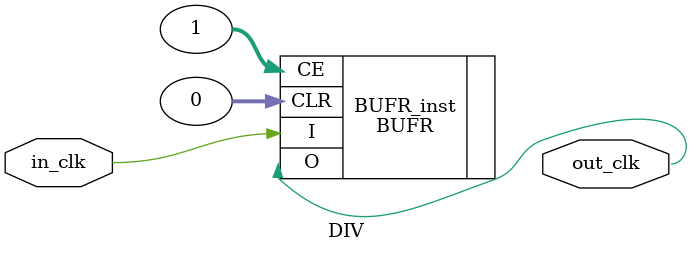
<source format=v>
`timescale 1ns / 1ps


module DIV(
    input in_clk,
    output out_clk
    );
    
parameter SIM_DEVICE = "7SERIES";
parameter DIV_VAL = "4";
    
   BUFR #(
      .BUFR_DIVIDE(DIV_VAL),   // Values: "BYPASS, 1, 2, 3, 4, 5, 6, 7, 8" 
      .SIM_DEVICE(SIM_DEVICE)  // Must be set to "7SERIES" 
   )
   BUFR_inst (
      .O(out_clk),     // 1-bit output: Clock output port
      .CE(1),   // 1-bit input: Active high, clock enable (Divided modes only)
      .CLR(0),  // 1-bit input: Active high, asynchronous clear (Divided modes only)
      .I(in_clk)     // 1-bit input: Clock buffer input driven by an IBUF, MMCM or local interconnect
   );
    
endmodule

</source>
